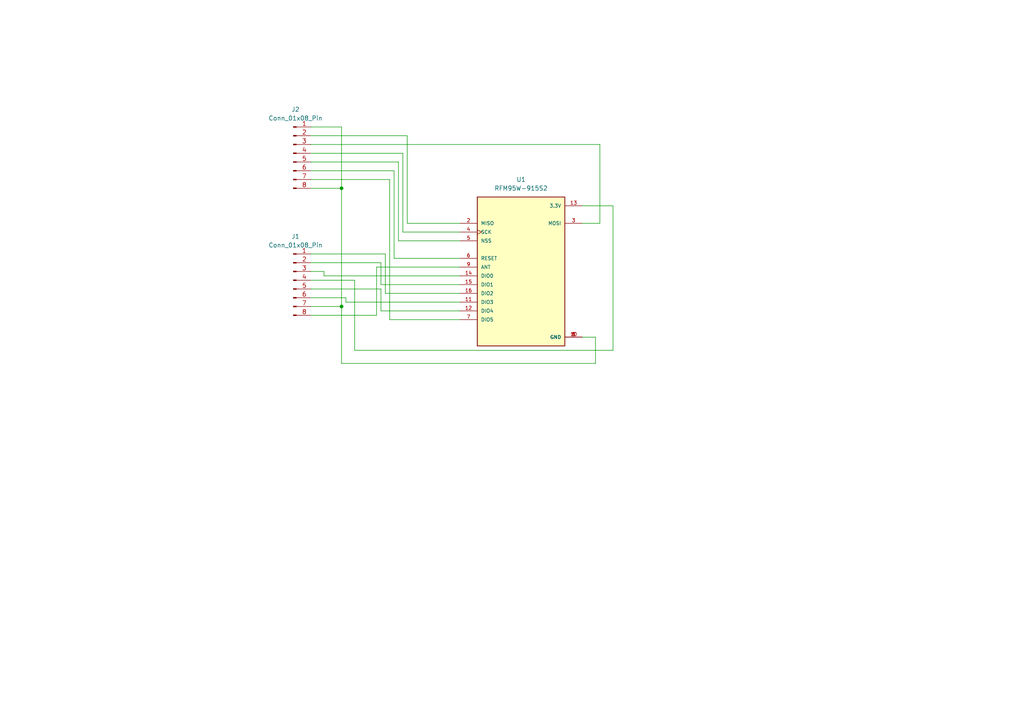
<source format=kicad_sch>
(kicad_sch (version 20230121) (generator eeschema)

  (uuid 946dc136-1d70-44a0-8510-c48708437a1e)

  (paper "A4")

  (lib_symbols
    (symbol "Connector:Conn_01x08_Pin" (pin_names (offset 1.016) hide) (in_bom yes) (on_board yes)
      (property "Reference" "J" (at 0 10.16 0)
        (effects (font (size 1.27 1.27)))
      )
      (property "Value" "Conn_01x08_Pin" (at 0 -12.7 0)
        (effects (font (size 1.27 1.27)))
      )
      (property "Footprint" "" (at 0 0 0)
        (effects (font (size 1.27 1.27)) hide)
      )
      (property "Datasheet" "~" (at 0 0 0)
        (effects (font (size 1.27 1.27)) hide)
      )
      (property "ki_locked" "" (at 0 0 0)
        (effects (font (size 1.27 1.27)))
      )
      (property "ki_keywords" "connector" (at 0 0 0)
        (effects (font (size 1.27 1.27)) hide)
      )
      (property "ki_description" "Generic connector, single row, 01x08, script generated" (at 0 0 0)
        (effects (font (size 1.27 1.27)) hide)
      )
      (property "ki_fp_filters" "Connector*:*_1x??_*" (at 0 0 0)
        (effects (font (size 1.27 1.27)) hide)
      )
      (symbol "Conn_01x08_Pin_1_1"
        (polyline
          (pts
            (xy 1.27 -10.16)
            (xy 0.8636 -10.16)
          )
          (stroke (width 0.1524) (type default))
          (fill (type none))
        )
        (polyline
          (pts
            (xy 1.27 -7.62)
            (xy 0.8636 -7.62)
          )
          (stroke (width 0.1524) (type default))
          (fill (type none))
        )
        (polyline
          (pts
            (xy 1.27 -5.08)
            (xy 0.8636 -5.08)
          )
          (stroke (width 0.1524) (type default))
          (fill (type none))
        )
        (polyline
          (pts
            (xy 1.27 -2.54)
            (xy 0.8636 -2.54)
          )
          (stroke (width 0.1524) (type default))
          (fill (type none))
        )
        (polyline
          (pts
            (xy 1.27 0)
            (xy 0.8636 0)
          )
          (stroke (width 0.1524) (type default))
          (fill (type none))
        )
        (polyline
          (pts
            (xy 1.27 2.54)
            (xy 0.8636 2.54)
          )
          (stroke (width 0.1524) (type default))
          (fill (type none))
        )
        (polyline
          (pts
            (xy 1.27 5.08)
            (xy 0.8636 5.08)
          )
          (stroke (width 0.1524) (type default))
          (fill (type none))
        )
        (polyline
          (pts
            (xy 1.27 7.62)
            (xy 0.8636 7.62)
          )
          (stroke (width 0.1524) (type default))
          (fill (type none))
        )
        (rectangle (start 0.8636 -10.033) (end 0 -10.287)
          (stroke (width 0.1524) (type default))
          (fill (type outline))
        )
        (rectangle (start 0.8636 -7.493) (end 0 -7.747)
          (stroke (width 0.1524) (type default))
          (fill (type outline))
        )
        (rectangle (start 0.8636 -4.953) (end 0 -5.207)
          (stroke (width 0.1524) (type default))
          (fill (type outline))
        )
        (rectangle (start 0.8636 -2.413) (end 0 -2.667)
          (stroke (width 0.1524) (type default))
          (fill (type outline))
        )
        (rectangle (start 0.8636 0.127) (end 0 -0.127)
          (stroke (width 0.1524) (type default))
          (fill (type outline))
        )
        (rectangle (start 0.8636 2.667) (end 0 2.413)
          (stroke (width 0.1524) (type default))
          (fill (type outline))
        )
        (rectangle (start 0.8636 5.207) (end 0 4.953)
          (stroke (width 0.1524) (type default))
          (fill (type outline))
        )
        (rectangle (start 0.8636 7.747) (end 0 7.493)
          (stroke (width 0.1524) (type default))
          (fill (type outline))
        )
        (pin passive line (at 5.08 7.62 180) (length 3.81)
          (name "Pin_1" (effects (font (size 1.27 1.27))))
          (number "1" (effects (font (size 1.27 1.27))))
        )
        (pin passive line (at 5.08 5.08 180) (length 3.81)
          (name "Pin_2" (effects (font (size 1.27 1.27))))
          (number "2" (effects (font (size 1.27 1.27))))
        )
        (pin passive line (at 5.08 2.54 180) (length 3.81)
          (name "Pin_3" (effects (font (size 1.27 1.27))))
          (number "3" (effects (font (size 1.27 1.27))))
        )
        (pin passive line (at 5.08 0 180) (length 3.81)
          (name "Pin_4" (effects (font (size 1.27 1.27))))
          (number "4" (effects (font (size 1.27 1.27))))
        )
        (pin passive line (at 5.08 -2.54 180) (length 3.81)
          (name "Pin_5" (effects (font (size 1.27 1.27))))
          (number "5" (effects (font (size 1.27 1.27))))
        )
        (pin passive line (at 5.08 -5.08 180) (length 3.81)
          (name "Pin_6" (effects (font (size 1.27 1.27))))
          (number "6" (effects (font (size 1.27 1.27))))
        )
        (pin passive line (at 5.08 -7.62 180) (length 3.81)
          (name "Pin_7" (effects (font (size 1.27 1.27))))
          (number "7" (effects (font (size 1.27 1.27))))
        )
        (pin passive line (at 5.08 -10.16 180) (length 3.81)
          (name "Pin_8" (effects (font (size 1.27 1.27))))
          (number "8" (effects (font (size 1.27 1.27))))
        )
      )
    )
    (symbol "RFM95W-915S2:RFM95W-915S2" (pin_names (offset 1.016)) (in_bom yes) (on_board yes)
      (property "Reference" "U" (at -12.7 22.86 0)
        (effects (font (size 1.27 1.27)) (justify left bottom))
      )
      (property "Value" "RFM95W-915S2" (at -12.7 -22.86 0)
        (effects (font (size 1.27 1.27)) (justify left bottom))
      )
      (property "Footprint" "RFM95W-915S2:XCVR_RFM95W-915S2" (at 0 0 0)
        (effects (font (size 1.27 1.27)) (justify bottom) hide)
      )
      (property "Datasheet" "" (at 0 0 0)
        (effects (font (size 1.27 1.27)) hide)
      )
      (property "MF" "RF Solutions" (at 0 0 0)
        (effects (font (size 1.27 1.27)) (justify bottom) hide)
      )
      (property "DESCRIPTION" "RFM95W LoRA Transceiver Module 915MHz" (at 0 0 0)
        (effects (font (size 1.27 1.27)) (justify bottom) hide)
      )
      (property "PACKAGE" "SMD-16 RF Solutions" (at 0 0 0)
        (effects (font (size 1.27 1.27)) (justify bottom) hide)
      )
      (property "PRICE" "None" (at 0 0 0)
        (effects (font (size 1.27 1.27)) (justify bottom) hide)
      )
      (property "Package" "Non Standard RF Solutions" (at 0 0 0)
        (effects (font (size 1.27 1.27)) (justify bottom) hide)
      )
      (property "Check_prices" "https://www.snapeda.com/parts/RFM95W-915S2/RF+Solutions/view-part/?ref=eda" (at 0 0 0)
        (effects (font (size 1.27 1.27)) (justify bottom) hide)
      )
      (property "STANDARD" "Manufacturer recommendations" (at 0 0 0)
        (effects (font (size 1.27 1.27)) (justify bottom) hide)
      )
      (property "SnapEDA_Link" "https://www.snapeda.com/parts/RFM95W-915S2/RF+Solutions/view-part/?ref=snap" (at 0 0 0)
        (effects (font (size 1.27 1.27)) (justify bottom) hide)
      )
      (property "MP" "RFM95W-915S2" (at 0 0 0)
        (effects (font (size 1.27 1.27)) (justify bottom) hide)
      )
      (property "Purchase-URL" "https://www.snapeda.com/api/url_track_click_mouser/?unipart_id=585488&manufacturer=RF Solutions&part_name=RFM95W-915S2&search_term=lora" (at 0 0 0)
        (effects (font (size 1.27 1.27)) (justify bottom) hide)
      )
      (property "Price" "None" (at 0 0 0)
        (effects (font (size 1.27 1.27)) (justify bottom) hide)
      )
      (property "Availability" "In Stock" (at 0 0 0)
        (effects (font (size 1.27 1.27)) (justify bottom) hide)
      )
      (property "AVAILABILITY" "Unavailable" (at 0 0 0)
        (effects (font (size 1.27 1.27)) (justify bottom) hide)
      )
      (property "Description" "\n802.15.4 LoRa™ Transceiver Module 915MHz Antenna Not Included Surface Mount\n" (at 0 0 0)
        (effects (font (size 1.27 1.27)) (justify bottom) hide)
      )
      (symbol "RFM95W-915S2_0_0"
        (rectangle (start -12.7 -20.32) (end 12.7 22.86)
          (stroke (width 0.254) (type default))
          (fill (type background))
        )
        (pin power_in line (at 17.78 -17.78 180) (length 5.08)
          (name "GND" (effects (font (size 1.016 1.016))))
          (number "1" (effects (font (size 1.016 1.016))))
        )
        (pin power_in line (at 17.78 -17.78 180) (length 5.08)
          (name "GND" (effects (font (size 1.016 1.016))))
          (number "10" (effects (font (size 1.016 1.016))))
        )
        (pin bidirectional line (at -17.78 -7.62 0) (length 5.08)
          (name "DIO3" (effects (font (size 1.016 1.016))))
          (number "11" (effects (font (size 1.016 1.016))))
        )
        (pin bidirectional line (at -17.78 -10.16 0) (length 5.08)
          (name "DIO4" (effects (font (size 1.016 1.016))))
          (number "12" (effects (font (size 1.016 1.016))))
        )
        (pin power_in line (at 17.78 20.32 180) (length 5.08)
          (name "3.3V" (effects (font (size 1.016 1.016))))
          (number "13" (effects (font (size 1.016 1.016))))
        )
        (pin bidirectional line (at -17.78 0 0) (length 5.08)
          (name "DIO0" (effects (font (size 1.016 1.016))))
          (number "14" (effects (font (size 1.016 1.016))))
        )
        (pin bidirectional line (at -17.78 -2.54 0) (length 5.08)
          (name "DIO1" (effects (font (size 1.016 1.016))))
          (number "15" (effects (font (size 1.016 1.016))))
        )
        (pin bidirectional line (at -17.78 -5.08 0) (length 5.08)
          (name "DIO2" (effects (font (size 1.016 1.016))))
          (number "16" (effects (font (size 1.016 1.016))))
        )
        (pin input line (at -17.78 15.24 0) (length 5.08)
          (name "MISO" (effects (font (size 1.016 1.016))))
          (number "2" (effects (font (size 1.016 1.016))))
        )
        (pin output line (at 17.78 15.24 180) (length 5.08)
          (name "MOSI" (effects (font (size 1.016 1.016))))
          (number "3" (effects (font (size 1.016 1.016))))
        )
        (pin input clock (at -17.78 12.7 0) (length 5.08)
          (name "SCK" (effects (font (size 1.016 1.016))))
          (number "4" (effects (font (size 1.016 1.016))))
        )
        (pin input line (at -17.78 10.16 0) (length 5.08)
          (name "NSS" (effects (font (size 1.016 1.016))))
          (number "5" (effects (font (size 1.016 1.016))))
        )
        (pin bidirectional line (at -17.78 5.08 0) (length 5.08)
          (name "RESET" (effects (font (size 1.016 1.016))))
          (number "6" (effects (font (size 1.016 1.016))))
        )
        (pin bidirectional line (at -17.78 -12.7 0) (length 5.08)
          (name "DIO5" (effects (font (size 1.016 1.016))))
          (number "7" (effects (font (size 1.016 1.016))))
        )
        (pin power_in line (at 17.78 -17.78 180) (length 5.08)
          (name "GND" (effects (font (size 1.016 1.016))))
          (number "8" (effects (font (size 1.016 1.016))))
        )
        (pin bidirectional line (at -17.78 2.54 0) (length 5.08)
          (name "ANT" (effects (font (size 1.016 1.016))))
          (number "9" (effects (font (size 1.016 1.016))))
        )
      )
    )
  )

  (junction (at 99.06 88.9) (diameter 0) (color 0 0 0 0)
    (uuid 2deed371-16f6-4560-a49a-caad33a3aa94)
  )
  (junction (at 99.06 54.61) (diameter 0) (color 0 0 0 0)
    (uuid 44097cf7-a156-4506-9aba-1c9221a037f7)
  )

  (wire (pts (xy 109.22 91.44) (xy 90.17 91.44))
    (stroke (width 0) (type default))
    (uuid 071abebf-c3f2-4320-a86b-fb746c10a121)
  )
  (wire (pts (xy 109.22 77.47) (xy 109.22 91.44))
    (stroke (width 0) (type default))
    (uuid 084186d8-a01f-4463-84c4-8d377efff9c8)
  )
  (wire (pts (xy 168.91 64.77) (xy 173.99 64.77))
    (stroke (width 0) (type default))
    (uuid 0c3f647a-8f30-43ac-b0ab-e3b9e78560db)
  )
  (wire (pts (xy 133.35 92.71) (xy 113.03 92.71))
    (stroke (width 0) (type default))
    (uuid 0c4b1552-56de-4edc-ae01-bdc18d4f1806)
  )
  (wire (pts (xy 116.84 44.45) (xy 90.17 44.45))
    (stroke (width 0) (type default))
    (uuid 0d4d1683-efb1-4495-bf73-26e70010b5af)
  )
  (wire (pts (xy 90.17 54.61) (xy 99.06 54.61))
    (stroke (width 0) (type default))
    (uuid 17d64907-ebe8-4b38-a686-948b4ddb5140)
  )
  (wire (pts (xy 133.35 67.31) (xy 116.84 67.31))
    (stroke (width 0) (type default))
    (uuid 27b4edb8-d691-4144-9543-d8e34784829a)
  )
  (wire (pts (xy 116.84 67.31) (xy 116.84 44.45))
    (stroke (width 0) (type default))
    (uuid 2b4adf55-6b7b-4dbe-8d6e-89cf5a080d0f)
  )
  (wire (pts (xy 133.35 87.63) (xy 100.33 87.63))
    (stroke (width 0) (type default))
    (uuid 2fd7c12b-a3aa-46fc-a744-a4823c68de90)
  )
  (wire (pts (xy 133.35 74.93) (xy 114.3 74.93))
    (stroke (width 0) (type default))
    (uuid 355eb119-692a-41de-acb3-222e65942b0a)
  )
  (wire (pts (xy 133.35 85.09) (xy 111.76 85.09))
    (stroke (width 0) (type default))
    (uuid 386c9b91-276e-40fc-a516-09660659dbae)
  )
  (wire (pts (xy 115.57 69.85) (xy 115.57 46.99))
    (stroke (width 0) (type default))
    (uuid 3c0e57e7-52a8-43d8-b550-3210b3e59321)
  )
  (wire (pts (xy 100.33 87.63) (xy 100.33 86.36))
    (stroke (width 0) (type default))
    (uuid 3ca79861-eff2-439b-a96c-6e39e890eea4)
  )
  (wire (pts (xy 99.06 105.41) (xy 99.06 88.9))
    (stroke (width 0) (type default))
    (uuid 4ab34e4e-1bdc-4536-8998-9f0605124599)
  )
  (wire (pts (xy 110.49 76.2) (xy 90.17 76.2))
    (stroke (width 0) (type default))
    (uuid 4c743898-57aa-4041-bba7-5305edf7d243)
  )
  (wire (pts (xy 99.06 88.9) (xy 90.17 88.9))
    (stroke (width 0) (type default))
    (uuid 4ca9db5b-f852-409a-9565-86ef95f3307b)
  )
  (wire (pts (xy 173.99 64.77) (xy 173.99 41.91))
    (stroke (width 0) (type default))
    (uuid 4d3b070a-55a5-44c1-93cd-ffed38794ae8)
  )
  (wire (pts (xy 102.87 81.28) (xy 102.87 101.6))
    (stroke (width 0) (type default))
    (uuid 4da7f619-1b6b-43f7-afb7-3b296431cde3)
  )
  (wire (pts (xy 133.35 69.85) (xy 115.57 69.85))
    (stroke (width 0) (type default))
    (uuid 569fe5be-9933-4c5e-a48d-8b2f4183b3e4)
  )
  (wire (pts (xy 90.17 81.28) (xy 102.87 81.28))
    (stroke (width 0) (type default))
    (uuid 56ffc5b6-a6eb-42bd-95f3-f961377b23aa)
  )
  (wire (pts (xy 115.57 46.99) (xy 90.17 46.99))
    (stroke (width 0) (type default))
    (uuid 5f9e3456-b8be-4254-9b1e-62c0f3d59ebc)
  )
  (wire (pts (xy 172.72 105.41) (xy 99.06 105.41))
    (stroke (width 0) (type default))
    (uuid 62f98934-1009-4b2e-96d7-ddac74bff959)
  )
  (wire (pts (xy 133.35 64.77) (xy 118.11 64.77))
    (stroke (width 0) (type default))
    (uuid 652cfc77-aea3-40d0-97f8-8dea303f8a36)
  )
  (wire (pts (xy 111.76 73.66) (xy 90.17 73.66))
    (stroke (width 0) (type default))
    (uuid 6c43d45b-e8c4-49be-b6b7-b355fd0f4027)
  )
  (wire (pts (xy 168.91 97.79) (xy 172.72 97.79))
    (stroke (width 0) (type default))
    (uuid 74105bc7-03c0-4020-bebb-d58f8f335692)
  )
  (wire (pts (xy 102.87 101.6) (xy 177.8 101.6))
    (stroke (width 0) (type default))
    (uuid 7dc1dc9c-2ba9-41ce-82e5-b5031039c9c0)
  )
  (wire (pts (xy 110.49 90.17) (xy 110.49 83.82))
    (stroke (width 0) (type default))
    (uuid 819c3064-d321-4cfb-b6c1-ca0fc32078df)
  )
  (wire (pts (xy 133.35 82.55) (xy 110.49 82.55))
    (stroke (width 0) (type default))
    (uuid 83e27491-cd9b-43f1-8c3a-14e9c2030783)
  )
  (wire (pts (xy 113.03 92.71) (xy 113.03 52.07))
    (stroke (width 0) (type default))
    (uuid 86549b74-9051-406f-8b78-6810a559465c)
  )
  (wire (pts (xy 99.06 36.83) (xy 99.06 54.61))
    (stroke (width 0) (type default))
    (uuid 8a49c721-45a3-45f1-9466-fee2ed3af7fa)
  )
  (wire (pts (xy 100.33 86.36) (xy 90.17 86.36))
    (stroke (width 0) (type default))
    (uuid 8c69b4fc-3795-4c7b-b504-a282cc48447e)
  )
  (wire (pts (xy 177.8 101.6) (xy 177.8 59.69))
    (stroke (width 0) (type default))
    (uuid 8f4c022e-e43b-4913-bd16-24d38c9ab2db)
  )
  (wire (pts (xy 133.35 77.47) (xy 109.22 77.47))
    (stroke (width 0) (type default))
    (uuid 937ed62c-75ba-4d3b-aecc-b581e076078f)
  )
  (wire (pts (xy 111.76 85.09) (xy 111.76 73.66))
    (stroke (width 0) (type default))
    (uuid 9e4d7156-a53f-412c-9606-d6356d0a81a0)
  )
  (wire (pts (xy 93.98 80.01) (xy 133.35 80.01))
    (stroke (width 0) (type default))
    (uuid a488f8dc-2c6c-45e1-915c-6cd576d54d82)
  )
  (wire (pts (xy 118.11 64.77) (xy 118.11 39.37))
    (stroke (width 0) (type default))
    (uuid b4ac5869-2f06-4962-81bc-607219648581)
  )
  (wire (pts (xy 118.11 39.37) (xy 90.17 39.37))
    (stroke (width 0) (type default))
    (uuid c027f057-f6ba-4135-bd05-77992834af3c)
  )
  (wire (pts (xy 114.3 74.93) (xy 114.3 49.53))
    (stroke (width 0) (type default))
    (uuid c15ed66f-5063-4950-a2b8-f680518577a7)
  )
  (wire (pts (xy 110.49 83.82) (xy 90.17 83.82))
    (stroke (width 0) (type default))
    (uuid c9708180-2db1-4ed8-99da-a472c5363676)
  )
  (wire (pts (xy 114.3 49.53) (xy 90.17 49.53))
    (stroke (width 0) (type default))
    (uuid cbcf663f-3b49-47e9-8093-db74536bcaf8)
  )
  (wire (pts (xy 172.72 97.79) (xy 172.72 105.41))
    (stroke (width 0) (type default))
    (uuid d65ec677-6af1-45ae-aa79-be7462129521)
  )
  (wire (pts (xy 93.98 80.01) (xy 93.98 78.74))
    (stroke (width 0) (type default))
    (uuid d8eb90df-8330-49f2-98de-a1b32de2d4af)
  )
  (wire (pts (xy 93.98 78.74) (xy 90.17 78.74))
    (stroke (width 0) (type default))
    (uuid e24127ca-7b5d-490a-a845-121d49818e6c)
  )
  (wire (pts (xy 177.8 59.69) (xy 168.91 59.69))
    (stroke (width 0) (type default))
    (uuid e90e188e-e9f9-409d-abb8-8f093b3ccae5)
  )
  (wire (pts (xy 90.17 36.83) (xy 99.06 36.83))
    (stroke (width 0) (type default))
    (uuid e9fabe62-9a5e-439a-ae5a-4f0387c67fc8)
  )
  (wire (pts (xy 110.49 82.55) (xy 110.49 76.2))
    (stroke (width 0) (type default))
    (uuid f0c9de98-6bcc-4511-8fa5-06d280d6a8d1)
  )
  (wire (pts (xy 99.06 54.61) (xy 99.06 88.9))
    (stroke (width 0) (type default))
    (uuid f2f91fe1-b989-47b7-aedb-bca47163ef45)
  )
  (wire (pts (xy 133.35 90.17) (xy 110.49 90.17))
    (stroke (width 0) (type default))
    (uuid f7fa9c8f-b0de-49f2-a6d8-c6240345af2b)
  )
  (wire (pts (xy 113.03 52.07) (xy 90.17 52.07))
    (stroke (width 0) (type default))
    (uuid fac814a4-e31c-4585-9ef6-196ef9801973)
  )
  (wire (pts (xy 173.99 41.91) (xy 90.17 41.91))
    (stroke (width 0) (type default))
    (uuid fff39ec0-58e5-4fdf-8f22-ecb30c4e72bf)
  )

  (symbol (lib_id "RFM95W-915S2:RFM95W-915S2") (at 151.13 80.01 0) (unit 1)
    (in_bom yes) (on_board yes) (dnp no) (fields_autoplaced)
    (uuid 0aa5dbb4-0a88-47d4-80ab-252b73fbb86d)
    (property "Reference" "U1" (at 151.13 52.07 0)
      (effects (font (size 1.27 1.27)))
    )
    (property "Value" "RFM95W-915S2" (at 151.13 54.61 0)
      (effects (font (size 1.27 1.27)))
    )
    (property "Footprint" "XCVR_RFM95W-915S2:XCVR_RFM95W-915S2" (at 151.13 80.01 0)
      (effects (font (size 1.27 1.27)) (justify bottom) hide)
    )
    (property "Datasheet" "" (at 151.13 80.01 0)
      (effects (font (size 1.27 1.27)) hide)
    )
    (property "MF" "RF Solutions" (at 151.13 80.01 0)
      (effects (font (size 1.27 1.27)) (justify bottom) hide)
    )
    (property "DESCRIPTION" "RFM95W LoRA Transceiver Module 915MHz" (at 151.13 80.01 0)
      (effects (font (size 1.27 1.27)) (justify bottom) hide)
    )
    (property "PACKAGE" "SMD-16 RF Solutions" (at 151.13 80.01 0)
      (effects (font (size 1.27 1.27)) (justify bottom) hide)
    )
    (property "PRICE" "None" (at 151.13 80.01 0)
      (effects (font (size 1.27 1.27)) (justify bottom) hide)
    )
    (property "Package" "Non Standard RF Solutions" (at 151.13 80.01 0)
      (effects (font (size 1.27 1.27)) (justify bottom) hide)
    )
    (property "Check_prices" "https://www.snapeda.com/parts/RFM95W-915S2/RF+Solutions/view-part/?ref=eda" (at 151.13 80.01 0)
      (effects (font (size 1.27 1.27)) (justify bottom) hide)
    )
    (property "STANDARD" "Manufacturer recommendations" (at 151.13 80.01 0)
      (effects (font (size 1.27 1.27)) (justify bottom) hide)
    )
    (property "SnapEDA_Link" "https://www.snapeda.com/parts/RFM95W-915S2/RF+Solutions/view-part/?ref=snap" (at 151.13 80.01 0)
      (effects (font (size 1.27 1.27)) (justify bottom) hide)
    )
    (property "MP" "RFM95W-915S2" (at 151.13 80.01 0)
      (effects (font (size 1.27 1.27)) (justify bottom) hide)
    )
    (property "Purchase-URL" "https://www.snapeda.com/api/url_track_click_mouser/?unipart_id=585488&manufacturer=RF Solutions&part_name=RFM95W-915S2&search_term=lora" (at 151.13 80.01 0)
      (effects (font (size 1.27 1.27)) (justify bottom) hide)
    )
    (property "Price" "None" (at 151.13 80.01 0)
      (effects (font (size 1.27 1.27)) (justify bottom) hide)
    )
    (property "Availability" "In Stock" (at 151.13 80.01 0)
      (effects (font (size 1.27 1.27)) (justify bottom) hide)
    )
    (property "AVAILABILITY" "Unavailable" (at 151.13 80.01 0)
      (effects (font (size 1.27 1.27)) (justify bottom) hide)
    )
    (property "Description" "\n802.15.4 LoRa™ Transceiver Module 915MHz Antenna Not Included Surface Mount\n" (at 151.13 80.01 0)
      (effects (font (size 1.27 1.27)) (justify bottom) hide)
    )
    (pin "1" (uuid c4dcde31-ee3c-40fe-9111-5bcd959f4fb0))
    (pin "10" (uuid def92377-5e72-476f-b1fa-bc590e1d06d7))
    (pin "11" (uuid 96c508ef-8904-4cd2-b873-f1bc936b597e))
    (pin "12" (uuid 751c2e65-f295-44e6-98bd-cb0e2194351a))
    (pin "13" (uuid c9faddb9-0fe3-4852-bd5a-8ac83fef8a16))
    (pin "14" (uuid 85f04c35-f487-4277-b3b9-7f9c69a232da))
    (pin "15" (uuid d8dd6c79-1c3e-49f1-b53b-6401529a9a46))
    (pin "16" (uuid b797fb73-7f0c-49b6-a086-6baf9d53d75b))
    (pin "2" (uuid 604353df-11d6-4cfe-83b9-bf311f271387))
    (pin "3" (uuid b20b0839-c50d-473f-8671-2d95a5066736))
    (pin "4" (uuid af890077-6466-4535-9fed-d5713e17ba0d))
    (pin "5" (uuid d851dc27-8fd8-4694-86d0-1c5a0a5f755a))
    (pin "6" (uuid d2a47cee-7769-4801-9e4b-624f47ff2268))
    (pin "7" (uuid 2f7fdbb1-5c50-444f-acb5-cda0dd23c060))
    (pin "8" (uuid 02c739a7-d9f2-479a-904b-f4b0d01113ff))
    (pin "9" (uuid 3e44a414-6623-411e-b3cd-75f10e190463))
    (instances
      (project "baseSX1276"
        (path "/946dc136-1d70-44a0-8510-c48708437a1e"
          (reference "U1") (unit 1)
        )
      )
    )
  )

  (symbol (lib_id "Connector:Conn_01x08_Pin") (at 85.09 81.28 0) (unit 1)
    (in_bom yes) (on_board yes) (dnp no) (fields_autoplaced)
    (uuid 65e02eda-ff7c-4b77-a0a7-6d25fba0b8d2)
    (property "Reference" "J1" (at 85.725 68.58 0)
      (effects (font (size 1.27 1.27)))
    )
    (property "Value" "Conn_01x08_Pin" (at 85.725 71.12 0)
      (effects (font (size 1.27 1.27)))
    )
    (property "Footprint" "Connector_PinHeader_2.54mm:PinHeader_1x08_P2.54mm_Vertical" (at 85.09 81.28 0)
      (effects (font (size 1.27 1.27)) hide)
    )
    (property "Datasheet" "~" (at 85.09 81.28 0)
      (effects (font (size 1.27 1.27)) hide)
    )
    (pin "1" (uuid 893b0b5c-24f2-4d03-97c2-6c03e354a4f6))
    (pin "2" (uuid 3bcaa356-ef54-46a1-a6c1-98f5a0185c30))
    (pin "3" (uuid 000fb88f-ab9c-410e-91a1-5e9aae168057))
    (pin "4" (uuid 78767aa6-7ece-4970-9414-ed7d50f656a6))
    (pin "5" (uuid 7434f735-b62e-4b1a-a364-0584ba31a725))
    (pin "6" (uuid 26470404-92a4-437e-abe2-dae5befe9df5))
    (pin "7" (uuid 1267d038-75e0-4c41-b1b8-800e1fe69793))
    (pin "8" (uuid 1846dead-56af-4ba0-a849-dbec934bfdbb))
    (instances
      (project "baseSX1276"
        (path "/946dc136-1d70-44a0-8510-c48708437a1e"
          (reference "J1") (unit 1)
        )
      )
    )
  )

  (symbol (lib_id "Connector:Conn_01x08_Pin") (at 85.09 44.45 0) (unit 1)
    (in_bom yes) (on_board yes) (dnp no) (fields_autoplaced)
    (uuid 6755d4d5-44e8-4ea5-865a-5aac27602f0a)
    (property "Reference" "J2" (at 85.725 31.75 0)
      (effects (font (size 1.27 1.27)))
    )
    (property "Value" "Conn_01x08_Pin" (at 85.725 34.29 0)
      (effects (font (size 1.27 1.27)))
    )
    (property "Footprint" "Connector_PinHeader_2.54mm:PinHeader_1x08_P2.54mm_Vertical" (at 85.09 44.45 0)
      (effects (font (size 1.27 1.27)) hide)
    )
    (property "Datasheet" "~" (at 85.09 44.45 0)
      (effects (font (size 1.27 1.27)) hide)
    )
    (pin "1" (uuid b109c54f-72c8-463e-8548-e34827b06376))
    (pin "2" (uuid a06ad239-e99b-48f9-88f8-a6a76388c5b0))
    (pin "3" (uuid bc152aa9-1e46-4099-91ce-b43609720482))
    (pin "4" (uuid c20a7734-fbd3-42f8-becd-e0c9efd3b518))
    (pin "5" (uuid 4a1e68e1-7d8c-4247-a9e5-b36981506d3b))
    (pin "6" (uuid 07a84aab-2071-4271-a038-5f15dc0dd497))
    (pin "7" (uuid c295e6bb-0193-46d8-84a8-160e6ea5442b))
    (pin "8" (uuid 39f33501-bad8-406f-9b3e-ea7337b58ae9))
    (instances
      (project "baseSX1276"
        (path "/946dc136-1d70-44a0-8510-c48708437a1e"
          (reference "J2") (unit 1)
        )
      )
    )
  )

  (sheet_instances
    (path "/" (page "1"))
  )
)

</source>
